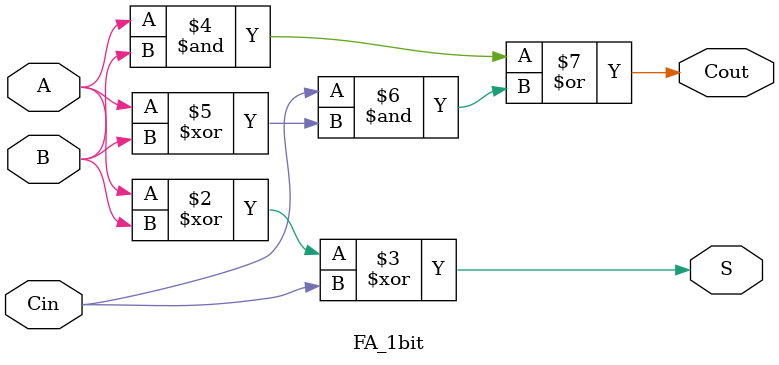
<source format=sv>
module FA_1bit(
	input logic A,B,Cin,
	output logic S, Cout
);
always_comb begin
	S = (A^B)^Cin;
	Cout = (A&B) | Cin&(A^B);
	end
endmodule


</source>
